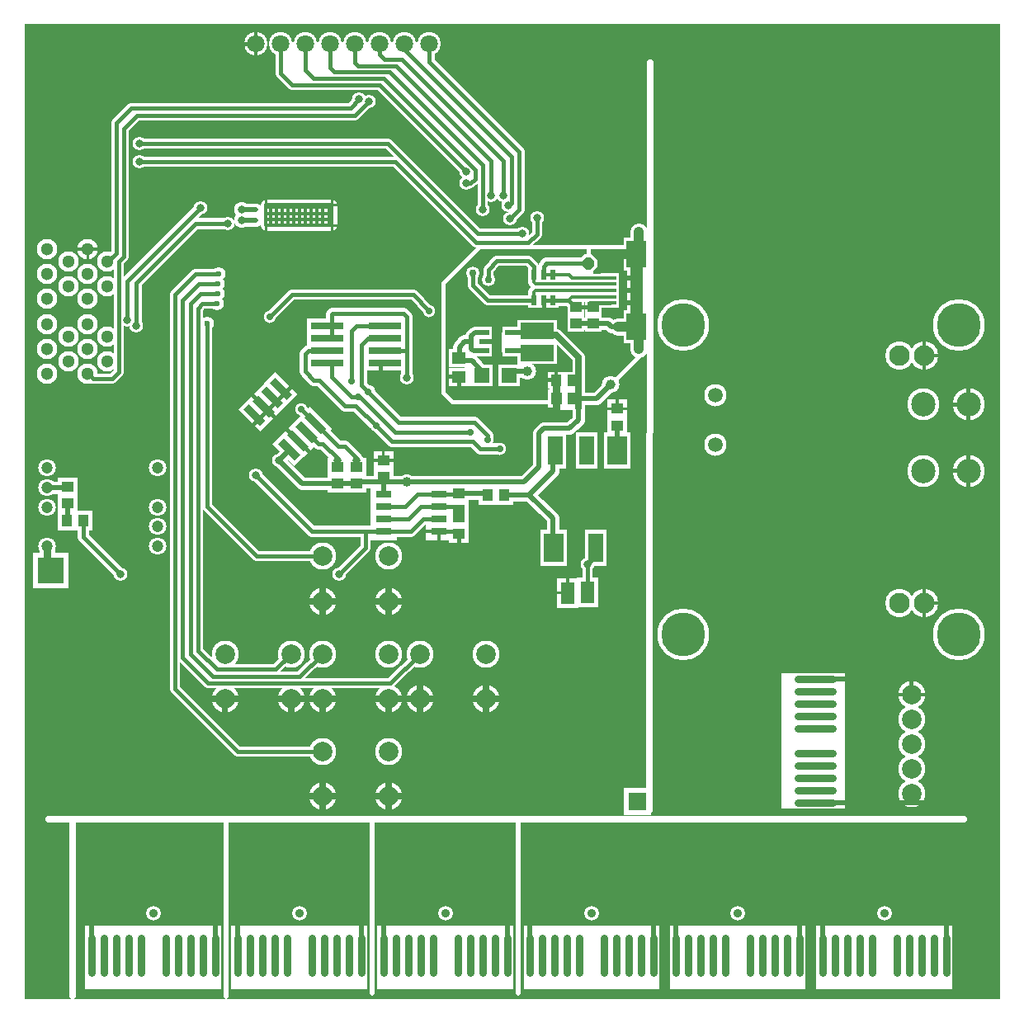
<source format=gbr>
%FSLAX34Y34*%
%MOMM*%
%LNCOPPER_BOTTOM*%
G71*
G01*
%ADD10C, 0.002*%
%ADD11R, 1.590X1.200*%
%ADD12C, 1.150*%
%ADD13R, 4.100X2.300*%
%ADD14C, 1.400*%
%ADD15C, 0.500*%
%ADD16R, 2.200X2.200*%
%ADD17R, 2.000X1.900*%
%ADD18C, 1.800*%
%ADD19C, 1.500*%
%ADD20C, 1.300*%
%ADD21R, 2.800X1.870*%
%ADD22R, 1.900X2.000*%
%ADD23R, 1.950X1.000*%
%ADD24R, 2.600X3.350*%
%ADD25C, 1.350*%
%ADD26C, 1.850*%
%ADD27C, 0.900*%
%ADD28R, 1.800X1.700*%
%ADD29C, 1.300*%
%ADD30C, 0.400*%
%ADD31C, 1.350*%
%ADD32C, 1.200*%
%ADD33C, 1.600*%
%ADD34C, 1.400*%
%ADD35R, 3.200X1.600*%
%ADD36R, 1.700X1.800*%
%ADD37R, 4.100X1.600*%
%ADD38R, 3.100X1.600*%
%ADD39C, 0.700*%
%ADD40R, 1.200X1.590*%
%ADD41R, 2.300X3.800*%
%ADD42R, 2.800X3.800*%
%ADD43C, 1.100*%
%ADD44C, 1.000*%
%ADD45R, 2.200X3.100*%
%ADD46C, 0.150*%
%ADD47C, 0.300*%
%ADD48C, 0.950*%
%ADD49C, 1.800*%
%ADD50C, 1.400*%
%ADD51C, 2.100*%
%ADD52C, 1.800*%
%ADD53C, 1.600*%
%ADD54C, 2.400*%
%ADD55C, 2.800*%
%ADD56C, 0.100*%
%ADD57C, 2.900*%
%ADD58C, 3.300*%
%ADD59C, 2.300*%
%ADD60C, 5.300*%
%ADD61C, 0.498*%
%ADD62C, 0.304*%
%ADD63C, 0.330*%
%ADD64C, 0.367*%
%ADD65C, 0.317*%
%ADD66C, 0.299*%
%ADD67C, 0.372*%
%ADD68C, 0.667*%
%ADD69C, 0.304*%
%ADD70C, 0.385*%
%ADD71C, 0.417*%
%ADD72C, 0.413*%
%ADD73R, 0.990X0.600*%
%ADD74C, 0.550*%
%ADD75R, 3.500X1.700*%
%ADD76C, 0.800*%
%ADD77R, 1.600X1.600*%
%ADD78R, 1.400X1.300*%
%ADD79C, 1.000*%
%ADD80C, 0.700*%
%ADD81R, 1.600X0.670*%
%ADD82R, 1.200X1.100*%
%ADD83R, 1.100X1.200*%
%ADD84C, 0.500*%
%ADD85R, 1.350X0.400*%
%ADD86R, 2.000X2.750*%
%ADD87C, 0.750*%
%ADD88C, 1.250*%
%ADD89C, 0.350*%
%ADD90C, 0.800*%
%ADD91C, 0.280*%
%ADD92C, 3.000*%
%ADD93R, 2.400X0.800*%
%ADD94R, 3.300X0.800*%
%ADD95R, 2.300X0.800*%
%ADD96C, 0.900*%
%ADD97C, 0.750*%
%ADD98R, 0.600X0.990*%
%ADD99C, 2.000*%
%ADD100R, 1.500X3.000*%
%ADD101R, 2.000X3.000*%
%ADD102R, 1.400X2.300*%
%ADD103C, 0.600*%
%ADD104C, 1.300*%
%ADD105C, 2.800*%
%ADD106C, 1.200*%
%ADD107C, 1.800*%
%ADD108C, 2.000*%
%ADD109C, 2.100*%
%ADD110C, 2.500*%
%ADD111C, 1.500*%
%ADD112C, 4.500*%
%LPD*%
G54D10*
X250Y50D02*
X1000250Y50D01*
X1000250Y-999950D01*
X250Y-999950D01*
X250Y50D01*
G36*
X250Y50D02*
X1000250Y50D01*
X1000250Y-999950D01*
X250Y-999950D01*
X250Y50D01*
G37*
%LPC*%
X471509Y-335300D02*
G54D11*
D03*
X471511Y-325895D02*
G54D11*
D03*
X471509Y-316300D02*
G54D11*
D03*
X497409Y-316300D02*
G54D11*
D03*
X497409Y-335300D02*
G54D11*
D03*
G54D12*
X471509Y-335300D02*
X460249Y-335300D01*
X458110Y-333161D01*
X458110Y-320064D01*
X461874Y-316300D01*
X471509Y-316300D01*
X525580Y-337768D02*
G54D13*
D03*
X525580Y-314768D02*
G54D13*
D03*
G54D12*
X497409Y-316300D02*
X533448Y-316300D01*
G54D12*
X497409Y-335300D02*
X533686Y-335300D01*
G54D14*
X545306Y-384056D02*
X545306Y-365006D01*
G36*
X491930Y-317121D02*
X491930Y-336171D01*
X541142Y-338156D01*
X544116Y-325199D01*
X540348Y-313153D01*
X491930Y-317121D01*
G37*
G54D15*
X491930Y-317121D02*
X491930Y-336171D01*
X541142Y-338156D01*
X544116Y-325199D01*
X540348Y-313153D01*
X491930Y-317121D01*
X496648Y-360097D02*
G54D16*
D03*
X468648Y-360097D02*
G54D16*
D03*
X445736Y-361605D02*
G54D17*
D03*
X445738Y-342600D02*
G54D17*
D03*
X515918Y-356406D02*
G54D18*
D03*
X601374Y-369761D02*
G54D18*
D03*
X342106Y-381952D02*
G54D19*
D03*
X352367Y-377402D02*
G54D19*
D03*
X360339Y-412362D02*
G54D20*
D03*
G36*
X614650Y-811853D02*
X614650Y-783853D01*
X642650Y-783853D01*
X642650Y-811853D01*
X614650Y-811853D01*
G37*
X335359Y-366309D02*
G54D19*
D03*
X424965Y-482257D02*
G54D21*
D03*
X424965Y-494957D02*
G54D21*
D03*
X424965Y-507658D02*
G54D21*
D03*
X424964Y-520358D02*
G54D21*
D03*
X367966Y-520358D02*
G54D21*
D03*
X367965Y-507658D02*
G54D21*
D03*
X367965Y-494958D02*
G54D21*
D03*
X367965Y-482258D02*
G54D21*
D03*
X445433Y-505673D02*
G54D17*
D03*
X445433Y-522673D02*
G54D17*
D03*
X445433Y-481529D02*
G54D17*
D03*
X445433Y-498529D02*
G54D17*
D03*
X474552Y-482980D02*
G54D22*
D03*
X491552Y-482980D02*
G54D22*
D03*
G36*
X218948Y-395305D02*
X230263Y-383992D01*
X252888Y-406622D01*
X241574Y-417934D01*
X218948Y-395305D01*
G37*
G36*
X227928Y-386326D02*
X239242Y-375012D01*
X261869Y-397640D01*
X250555Y-408954D01*
X227928Y-386326D01*
G37*
G36*
X236909Y-377344D02*
X248224Y-366032D01*
X270848Y-388661D01*
X259534Y-399974D01*
X236909Y-377344D01*
G37*
G36*
X245888Y-368366D02*
X257202Y-357052D01*
X279830Y-379679D01*
X268516Y-390993D01*
X245888Y-368366D01*
G37*
G36*
X281244Y-403721D02*
X292557Y-392407D01*
X315185Y-415035D01*
X303871Y-426349D01*
X281244Y-403721D01*
G37*
G36*
X272263Y-412702D02*
X283577Y-401388D01*
X306205Y-424014D01*
X294892Y-435329D01*
X272263Y-412702D01*
G37*
G36*
X263283Y-421683D02*
X274596Y-410368D01*
X297225Y-432995D01*
X285912Y-444309D01*
X263283Y-421683D01*
G37*
G36*
X254303Y-430662D02*
X265617Y-419348D01*
X288244Y-441976D01*
X276931Y-453289D01*
X254303Y-430662D01*
G37*
X43335Y-509668D02*
G54D22*
D03*
X60337Y-509672D02*
G54D22*
D03*
X600648Y-260092D02*
G54D23*
D03*
X600648Y-266592D02*
G54D23*
D03*
X600648Y-273092D02*
G54D23*
D03*
X600648Y-279592D02*
G54D23*
D03*
X600648Y-286092D02*
G54D23*
D03*
X627001Y-310592D02*
G54D24*
D03*
X627001Y-235592D02*
G54D24*
D03*
X459689Y-254960D02*
G54D25*
D03*
G36*
X587429Y-249266D02*
X582018Y-254678D01*
X574340Y-254678D01*
X568929Y-249266D01*
X568929Y-241588D01*
X574340Y-236178D01*
X582018Y-236178D01*
X587429Y-241588D01*
X587429Y-249266D01*
G37*
G54D26*
X627398Y-235592D02*
X627398Y-310592D01*
G54D27*
X600648Y-279592D02*
X561446Y-279592D01*
X558123Y-282916D01*
X475060Y-426402D02*
G54D20*
D03*
X457597Y-418465D02*
G54D20*
D03*
X487886Y-435928D02*
G54D20*
D03*
G54D12*
X522615Y-282913D02*
X522615Y-274866D01*
X524388Y-273092D01*
X600648Y-273092D01*
X583572Y-307108D02*
G54D28*
D03*
X583572Y-290108D02*
G54D28*
D03*
X565712Y-307108D02*
G54D28*
D03*
X565712Y-290108D02*
G54D28*
D03*
G54D29*
X565316Y-307108D02*
X598488Y-307108D01*
X601972Y-310592D01*
X608322Y-310592D01*
X475491Y-262031D02*
G54D25*
D03*
G54D29*
X513140Y-356406D02*
X494664Y-356406D01*
G54D30*
X466328Y-228362D02*
X429402Y-265287D01*
X429402Y-377968D01*
X438944Y-387509D01*
X583030Y-387509D01*
X635873Y-334666D01*
X635873Y-229235D01*
X635000Y-228362D01*
X466328Y-228362D01*
G54D29*
X467458Y-363947D02*
X467458Y-354110D01*
X458726Y-345378D01*
X446134Y-345378D01*
G54D31*
X446134Y-343791D02*
X446134Y-331503D01*
X451644Y-325993D01*
X457597Y-325993D01*
G54D32*
X321396Y-447844D02*
X321396Y-446260D01*
X305905Y-430769D01*
X301645Y-430769D01*
X289234Y-418358D01*
G54D32*
X340446Y-445069D02*
X328527Y-433150D01*
X321987Y-433150D01*
X298214Y-409378D01*
X222321Y-189864D02*
G54D33*
D03*
X222318Y-200974D02*
G54D33*
D03*
G54D29*
X237290Y-200973D02*
X222318Y-200974D01*
G54D29*
X237294Y-189864D02*
X222321Y-189864D01*
X392240Y-469662D02*
G54D33*
D03*
X43902Y-474609D02*
G54D17*
D03*
X43900Y-491611D02*
G54D17*
D03*
G54D29*
X23115Y-475556D02*
X45492Y-475556D01*
G54D29*
X43900Y-491611D02*
X43900Y-509109D01*
X478631Y-175578D02*
G54D34*
D03*
X469816Y-189949D02*
G54D34*
D03*
X491331Y-175974D02*
G54D34*
D03*
X496504Y-185896D02*
G54D34*
D03*
X497822Y-199086D02*
G54D34*
D03*
X364880Y-309792D02*
G54D35*
D03*
X364880Y-322492D02*
G54D35*
D03*
X364880Y-335192D02*
G54D35*
D03*
X364880Y-347892D02*
G54D35*
D03*
X314880Y-347892D02*
G54D35*
D03*
X314880Y-335192D02*
G54D35*
D03*
X314880Y-322492D02*
G54D35*
D03*
X314880Y-309792D02*
G54D35*
D03*
G54D32*
X314880Y-309792D02*
X314880Y-322492D01*
G54D32*
X365674Y-309792D02*
X340448Y-309792D01*
X335360Y-314881D01*
X335359Y-366309D01*
G54D32*
X487886Y-435928D02*
X467519Y-435928D01*
X459978Y-428387D01*
X376364Y-428387D01*
X360339Y-412362D01*
G54D32*
X457597Y-418465D02*
X380206Y-418465D01*
G36*
X291235Y-335192D02*
X287734Y-338693D01*
X287734Y-356361D01*
X302272Y-365137D01*
X328612Y-391478D01*
X343277Y-395300D01*
X344090Y-364093D01*
X327025Y-347028D01*
X291235Y-335192D01*
G37*
G54D30*
X291235Y-335192D02*
X287734Y-338693D01*
X287734Y-356361D01*
X302272Y-365137D01*
X328612Y-391478D01*
X343277Y-395300D01*
X344090Y-364093D01*
X327025Y-347028D01*
X291235Y-335192D01*
G36*
X315912Y-297021D02*
X364880Y-297021D01*
X364880Y-335192D01*
X315912Y-335192D01*
X315912Y-297021D01*
G37*
G54D30*
X315912Y-297021D02*
X364880Y-297021D01*
X364880Y-335192D01*
X315912Y-335192D01*
X315912Y-297021D01*
G54D29*
X565878Y-384056D02*
X587080Y-384056D01*
X601375Y-369761D01*
G36*
X461268Y-408643D02*
X475060Y-422434D01*
X475060Y-426402D01*
X459978Y-428387D01*
X450453Y-428387D01*
X440334Y-409734D01*
X461268Y-408643D01*
G37*
G54D30*
X461268Y-408643D02*
X475060Y-422434D01*
X475060Y-426402D01*
X459978Y-428387D01*
X450453Y-428387D01*
X440334Y-409734D01*
X461268Y-408643D01*
X320756Y-471196D02*
G54D17*
D03*
X320759Y-454194D02*
G54D17*
D03*
X340756Y-471196D02*
G54D17*
D03*
X340759Y-454194D02*
G54D17*
D03*
G54D32*
X424965Y-482257D02*
X444970Y-482257D01*
X445433Y-482720D01*
G54D32*
X424965Y-494957D02*
X440670Y-494957D01*
X445433Y-499720D01*
G54D32*
X424965Y-520358D02*
X441927Y-520358D01*
X445433Y-523864D01*
G36*
X536806Y-375056D02*
X553806Y-375056D01*
X553806Y-393056D01*
X536806Y-393056D01*
X536806Y-375056D01*
G37*
X562306Y-384056D02*
G54D36*
D03*
X369643Y-309792D02*
G54D37*
D03*
X314880Y-309792D02*
G54D38*
D03*
X369643Y-322492D02*
G54D37*
D03*
X369643Y-335192D02*
G54D37*
D03*
X369643Y-347892D02*
G54D37*
D03*
X310118Y-347892D02*
G54D37*
D03*
X310118Y-335192D02*
G54D37*
D03*
X310118Y-322492D02*
G54D37*
D03*
X310118Y-309792D02*
G54D37*
D03*
G54D32*
X314880Y-309792D02*
X314880Y-298053D01*
X315912Y-297021D01*
X388541Y-297021D01*
X392112Y-300593D01*
X392112Y-333931D01*
X731805Y-912613D02*
G54D19*
D03*
X431805Y-912613D02*
G54D19*
D03*
X881805Y-912613D02*
G54D19*
D03*
X581805Y-912613D02*
G54D19*
D03*
G36*
X361900Y-990431D02*
X361900Y-925431D01*
X501350Y-925431D01*
X501350Y-990431D01*
X361900Y-990431D01*
G37*
G36*
X511900Y-990431D02*
X511900Y-925431D01*
X651350Y-925431D01*
X651350Y-990431D01*
X511900Y-990431D01*
G37*
G36*
X661900Y-990431D02*
X661900Y-925431D01*
X801350Y-925431D01*
X801350Y-990431D01*
X661900Y-990431D01*
G37*
G36*
X811900Y-990431D02*
X811900Y-925431D01*
X951350Y-925431D01*
X951350Y-990431D01*
X811900Y-990431D01*
G37*
X281805Y-912613D02*
G54D19*
D03*
G36*
X211900Y-990431D02*
X211900Y-925431D01*
X351350Y-925431D01*
X351350Y-990431D01*
X211900Y-990431D01*
G37*
X131805Y-912613D02*
G54D19*
D03*
G36*
X61900Y-990431D02*
X61900Y-925431D01*
X201350Y-925431D01*
X201350Y-990431D01*
X61900Y-990431D01*
G37*
G54D29*
X269374Y-436318D02*
X269374Y-439228D01*
X260759Y-447844D01*
G54D39*
X24209Y-815975D02*
X963631Y-815975D01*
G54D29*
X568037Y-393573D02*
X568037Y-341501D01*
X545591Y-319054D01*
X522470Y-319054D01*
X541615Y-257014D02*
G54D40*
D03*
X532210Y-257016D02*
G54D40*
D03*
X522615Y-257014D02*
G54D40*
D03*
X522615Y-282913D02*
G54D40*
D03*
X541615Y-282914D02*
G54D40*
D03*
X532210Y-282916D02*
G54D40*
D03*
G54D12*
X522615Y-257014D02*
X522615Y-264819D01*
X524388Y-266592D01*
X600648Y-266592D01*
G54D32*
X532210Y-257016D02*
X532210Y-248205D01*
X533003Y-247412D01*
G54D32*
X546894Y-245428D02*
X578179Y-245428D01*
G36*
X580402Y-245428D02*
X542528Y-245428D01*
X542528Y-260906D01*
X580402Y-260906D01*
X580402Y-245428D01*
G37*
G54D30*
X580402Y-245428D02*
X542528Y-245428D01*
X542528Y-260906D01*
X580402Y-260906D01*
X580402Y-245428D01*
G54D32*
X546894Y-245428D02*
X534988Y-245428D01*
X533003Y-247412D01*
G54D32*
X532210Y-282916D02*
X558123Y-282916D01*
X565316Y-290108D01*
X586224Y-536992D02*
G54D41*
D03*
X543017Y-536992D02*
G54D42*
D03*
X608224Y-436992D02*
G54D42*
D03*
X576224Y-436992D02*
G54D41*
D03*
X544208Y-436992D02*
G54D41*
D03*
G36*
X545306Y-365006D02*
X562306Y-365006D01*
X568325Y-383540D01*
X568037Y-393573D01*
X545303Y-393323D01*
X545306Y-365006D01*
G37*
G54D30*
X545306Y-365006D02*
X562306Y-365006D01*
X568325Y-383540D01*
X568037Y-393573D01*
X545303Y-393323D01*
X545306Y-365006D01*
G54D32*
X352367Y-377402D02*
X383608Y-408643D01*
X461268Y-408643D01*
X475060Y-422434D01*
X475060Y-426402D01*
X608224Y-411592D02*
G54D17*
D03*
X608224Y-394592D02*
G54D17*
D03*
X452828Y-151374D02*
G54D34*
D03*
X392112Y-362632D02*
G54D34*
D03*
G54D32*
X369643Y-335192D02*
X391645Y-335192D01*
G54D32*
X392112Y-333931D02*
X392112Y-362632D01*
G54D29*
X568037Y-393573D02*
X568037Y-405656D01*
X559197Y-414496D01*
X532606Y-414496D01*
X527844Y-419259D01*
X527844Y-454184D01*
X512366Y-469662D01*
X392240Y-469662D01*
X342289Y-469662D01*
X340756Y-471196D01*
G54D29*
X445433Y-481529D02*
X473102Y-481529D01*
X474552Y-482980D01*
G54D29*
X491552Y-482980D02*
X517701Y-482980D01*
X542224Y-458457D01*
X542224Y-436992D01*
G54D29*
X542224Y-536992D02*
X541827Y-507105D01*
X517701Y-482980D01*
G36*
X542224Y-458457D02*
X544208Y-436992D01*
X527539Y-437820D01*
X527844Y-454184D01*
X512366Y-469662D01*
X450157Y-470456D01*
X445433Y-481529D01*
X519152Y-481529D01*
X542224Y-458457D01*
G37*
G54D15*
X542224Y-458457D02*
X544208Y-436992D01*
X527539Y-437820D01*
X527844Y-454184D01*
X512366Y-469662D01*
X450157Y-470456D01*
X445433Y-481529D01*
X519152Y-481529D01*
X542224Y-458457D01*
G54D39*
X640584Y-806402D02*
X641378Y-39242D01*
X545306Y-365006D02*
G54D36*
D03*
X562306Y-365006D02*
G54D36*
D03*
G36*
X247470Y-184847D02*
X247467Y-205991D01*
X314859Y-205991D01*
X314863Y-184847D01*
X247470Y-184847D01*
G37*
G54D43*
X247470Y-184847D02*
X247467Y-205991D01*
X314859Y-205991D01*
X314863Y-184847D01*
X247470Y-184847D01*
X414992Y-294110D02*
G54D20*
D03*
X251798Y-300142D02*
G54D20*
D03*
G54D44*
X251798Y-300142D02*
X274360Y-277580D01*
X398462Y-277580D01*
X414992Y-294110D01*
G54D44*
X522615Y-282913D02*
X474776Y-282913D01*
X459689Y-267826D01*
X459689Y-254960D01*
G54D44*
X522615Y-257014D02*
X522615Y-248930D01*
X516731Y-243046D01*
X484188Y-243046D01*
X475491Y-251743D01*
X475491Y-262031D01*
G54D30*
X578179Y-245428D02*
X578179Y-229382D01*
X452828Y-163281D02*
G54D34*
D03*
G54D32*
X364880Y-322492D02*
X352354Y-322492D01*
X345678Y-329168D01*
X345678Y-370712D01*
X352367Y-377402D01*
X284024Y-395188D02*
G54D20*
D03*
G36*
X301645Y-430769D02*
X289234Y-418358D01*
X298214Y-409378D01*
X321987Y-433150D01*
X328527Y-433150D01*
X340759Y-447844D01*
X320759Y-447844D01*
X305905Y-430769D01*
X301645Y-430769D01*
G37*
G54D30*
X301645Y-430769D02*
X289234Y-418358D01*
X298214Y-409378D01*
X321987Y-433150D01*
X328527Y-433150D01*
X340759Y-447844D01*
X320759Y-447844D01*
X305905Y-430769D01*
X301645Y-430769D01*
G54D29*
X340756Y-471196D02*
X284111Y-471196D01*
X260759Y-447844D01*
G54D32*
X284024Y-395188D02*
X298214Y-409378D01*
X557175Y-583473D02*
G54D45*
D03*
X577016Y-583316D02*
G54D45*
D03*
G36*
X452398Y-370364D02*
X471448Y-370364D01*
X471448Y-351314D01*
X452398Y-351314D01*
X452398Y-370364D01*
G37*
G54D46*
X452398Y-370364D02*
X471448Y-370364D01*
X471448Y-351314D01*
X452398Y-351314D01*
X452398Y-370364D01*
G36*
X506809Y-356949D02*
X518716Y-356949D01*
X518716Y-335518D01*
X506809Y-335518D01*
X506809Y-356949D01*
G37*
G54D47*
X506809Y-356949D02*
X518716Y-356949D01*
X518716Y-335518D01*
X506809Y-335518D01*
X506809Y-356949D01*
X236934Y-462518D02*
G54D34*
D03*
G54D48*
X600648Y-260092D02*
X561446Y-260092D01*
X558370Y-257016D01*
X532210Y-257016D01*
G54D32*
X367966Y-520358D02*
X294774Y-520358D01*
X236934Y-462518D01*
G54D32*
X424965Y-507658D02*
X409282Y-507658D01*
X396582Y-520358D01*
X367966Y-520358D01*
G54D32*
X424965Y-494957D02*
X406107Y-494957D01*
X393407Y-507658D01*
X367965Y-507658D01*
G54D32*
X424965Y-482257D02*
X402932Y-482257D01*
X390232Y-494957D01*
X367965Y-494958D01*
G36*
X396582Y-520358D02*
X367966Y-520358D01*
X367966Y-473568D01*
X371475Y-470059D01*
X412767Y-470059D01*
X424965Y-482257D01*
X424965Y-507658D01*
X409282Y-507658D01*
X396582Y-520358D01*
G37*
G54D30*
X396582Y-520358D02*
X367966Y-520358D01*
X367966Y-473568D01*
X371475Y-470059D01*
X412767Y-470059D01*
X424965Y-482257D01*
X424965Y-507658D01*
X409282Y-507658D01*
X396582Y-520358D01*
G54D29*
X367965Y-482258D02*
X367965Y-469917D01*
G54D32*
X303768Y-335192D02*
X291235Y-335192D01*
X287734Y-338693D01*
X287734Y-356361D01*
X296510Y-365137D01*
G54D32*
X314880Y-347892D02*
X314880Y-361870D01*
X334962Y-381952D01*
X343694Y-381952D01*
X380206Y-418465D01*
G54D32*
X296510Y-365137D02*
X302272Y-365137D01*
X328612Y-391478D01*
X339455Y-391478D01*
X360339Y-412362D01*
G54D49*
X629501Y-310592D02*
X629501Y-333476D01*
G54D49*
X629501Y-212709D02*
X629501Y-235592D01*
G54D49*
X627001Y-310592D02*
X608322Y-310592D01*
X198834Y-256143D02*
G54D50*
D03*
X198006Y-266496D02*
G54D50*
D03*
X197884Y-276540D02*
G54D50*
D03*
X197453Y-286893D02*
G54D50*
D03*
X187375Y-307290D02*
G54D50*
D03*
X342948Y-76879D02*
G54D34*
D03*
X208359Y-204152D02*
G54D34*
D03*
X180439Y-188327D02*
G54D34*
D03*
X510844Y-214934D02*
G54D34*
D03*
X525449Y-198265D02*
G54D34*
D03*
G54D44*
X510844Y-214934D02*
X464806Y-214934D01*
G54D44*
X525449Y-198265D02*
X525449Y-215279D01*
X516680Y-224047D01*
X462807Y-224047D01*
X577016Y-554554D02*
G54D34*
D03*
G54D44*
X577016Y-583316D02*
X577016Y-554554D01*
X586105Y-545465D01*
X353216Y-79007D02*
G54D34*
D03*
G36*
X237290Y-200973D02*
X252412Y-200973D01*
X252412Y-189865D01*
X237290Y-189865D01*
X237290Y-200973D01*
G37*
G54D30*
X237290Y-200973D02*
X252412Y-200973D01*
X252412Y-189865D01*
X237290Y-189865D01*
X237290Y-200973D01*
X22468Y-231000D02*
G54D51*
D03*
X22468Y-256500D02*
G54D51*
D03*
X22468Y-282000D02*
G54D51*
D03*
X22468Y-307500D02*
G54D51*
D03*
X22468Y-333000D02*
G54D51*
D03*
X22468Y-358500D02*
G54D51*
D03*
X64744Y-231000D02*
G54D51*
D03*
X64743Y-256500D02*
G54D51*
D03*
X64743Y-307500D02*
G54D51*
D03*
X64743Y-333000D02*
G54D51*
D03*
X64743Y-358499D02*
G54D51*
D03*
X44743Y-243750D02*
G54D51*
D03*
X44743Y-269250D02*
G54D51*
D03*
X44743Y-345750D02*
G54D51*
D03*
X84745Y-243750D02*
G54D51*
D03*
X84745Y-269250D02*
G54D51*
D03*
X84743Y-345750D02*
G54D51*
D03*
X44743Y-320250D02*
G54D51*
D03*
X84744Y-320250D02*
G54D51*
D03*
X64742Y-282000D02*
G54D51*
D03*
G36*
X44607Y-578674D02*
X8607Y-578674D01*
X8607Y-542674D01*
X44607Y-542674D01*
X44607Y-578674D01*
G37*
G54D29*
X23115Y-475556D02*
X45492Y-475556D01*
X135952Y-455555D02*
G54D52*
D03*
X135952Y-495555D02*
G54D52*
D03*
X135952Y-515555D02*
G54D52*
D03*
X135952Y-535555D02*
G54D52*
D03*
X23115Y-455556D02*
G54D52*
D03*
X23115Y-475556D02*
G54D52*
D03*
X23115Y-495556D02*
G54D52*
D03*
X23115Y-535556D02*
G54D52*
D03*
G54D53*
X23115Y-535556D02*
X23119Y-555599D01*
X28195Y-560674D01*
X237234Y-20377D02*
G54D54*
D03*
X262635Y-20377D02*
G54D54*
D03*
X288035Y-20377D02*
G54D54*
D03*
X313435Y-20377D02*
G54D54*
D03*
X338835Y-20377D02*
G54D54*
D03*
X364235Y-20377D02*
G54D54*
D03*
X389635Y-20377D02*
G54D54*
D03*
X415035Y-20377D02*
G54D54*
D03*
G54D44*
X262635Y-22758D02*
X262635Y-50466D01*
X274638Y-62468D01*
X363922Y-62468D01*
X452828Y-151374D01*
G54D44*
X288035Y-23155D02*
X288035Y-47291D01*
X296466Y-55721D01*
X368459Y-55721D01*
X462447Y-149709D01*
X462447Y-158424D01*
X457591Y-163281D01*
X452828Y-163281D01*
G54D44*
X313435Y-23949D02*
X313435Y-44512D01*
X317897Y-48974D01*
X374412Y-48974D01*
X469816Y-144378D01*
X469816Y-189949D01*
G54D44*
X338835Y-23949D02*
X338835Y-39353D01*
X342106Y-42624D01*
X380762Y-42624D01*
X478631Y-140494D01*
X478631Y-175578D01*
G54D44*
X364235Y-20377D02*
X364235Y-31019D01*
X369491Y-36274D01*
X387112Y-36274D01*
X491331Y-140494D01*
X491331Y-175974D01*
G54D44*
X84745Y-243750D02*
X93662Y-234832D01*
X93662Y-101600D01*
X109538Y-85724D01*
X334102Y-85724D01*
X342948Y-76879D01*
X305340Y-646096D02*
G54D55*
D03*
X373340Y-646096D02*
G54D55*
D03*
X373340Y-692096D02*
G54D55*
D03*
X305340Y-692096D02*
G54D55*
D03*
X305340Y-746096D02*
G54D55*
D03*
X373340Y-746096D02*
G54D55*
D03*
X373340Y-792096D02*
G54D55*
D03*
X305340Y-792096D02*
G54D55*
D03*
X405340Y-646096D02*
G54D55*
D03*
X473340Y-646096D02*
G54D55*
D03*
X473340Y-692096D02*
G54D55*
D03*
X405340Y-692096D02*
G54D55*
D03*
X205340Y-646096D02*
G54D55*
D03*
X273340Y-646096D02*
G54D55*
D03*
X273340Y-692096D02*
G54D55*
D03*
X205340Y-692096D02*
G54D55*
D03*
X305340Y-546096D02*
G54D55*
D03*
X373340Y-546096D02*
G54D55*
D03*
X373340Y-592096D02*
G54D55*
D03*
X305340Y-592096D02*
G54D55*
D03*
X260759Y-447844D02*
G54D34*
D03*
X320759Y-447844D02*
G54D34*
D03*
X340759Y-447844D02*
G54D34*
D03*
G54D44*
X187375Y-307290D02*
X187375Y-495350D01*
X238120Y-546096D01*
X305340Y-546096D01*
G54D44*
X197453Y-286893D02*
X182372Y-286893D01*
X177800Y-291465D01*
X177800Y-642938D01*
X196850Y-661988D01*
X257448Y-661988D01*
X273340Y-646096D01*
G54D44*
X197884Y-276540D02*
X180025Y-276540D01*
X169862Y-286702D01*
X169862Y-646112D01*
X193040Y-669290D01*
X282146Y-669290D01*
X305340Y-646096D01*
G54D44*
X198834Y-256143D02*
X175022Y-256143D01*
X153988Y-277178D01*
X153988Y-681990D01*
X218093Y-746096D01*
X305340Y-746096D01*
G54D44*
X353216Y-79007D02*
X338799Y-93424D01*
X115094Y-93424D01*
X101412Y-107106D01*
X101412Y-238312D01*
X96650Y-243075D01*
X96650Y-356740D01*
X89694Y-363696D01*
X69940Y-363696D01*
X64743Y-358499D01*
G36*
X177800Y-291465D02*
X161925Y-283528D01*
X153988Y-277178D01*
X175022Y-256143D01*
X198834Y-256143D01*
X197453Y-286893D01*
X182372Y-286893D01*
X177800Y-291465D01*
G37*
G54D56*
X177800Y-291465D02*
X161925Y-283528D01*
X153988Y-277178D01*
X175022Y-256143D01*
X198834Y-256143D01*
X197453Y-286893D01*
X182372Y-286893D01*
X177800Y-291465D01*
X117475Y-122238D02*
G54D34*
D03*
X117475Y-141288D02*
G54D34*
D03*
X104775Y-303212D02*
G54D34*
D03*
X114300Y-309562D02*
G54D34*
D03*
G54D44*
X322262Y-564515D02*
X349250Y-537528D01*
X349250Y-520700D01*
X322262Y-564515D02*
G54D34*
D03*
X98425Y-564515D02*
G54D34*
D03*
G54D44*
X198006Y-266496D02*
X178956Y-266496D01*
X161925Y-283528D01*
X161925Y-650240D01*
X187960Y-676275D01*
X375161Y-676275D01*
G54D44*
X117475Y-141288D02*
X380048Y-141288D01*
X462807Y-224047D01*
G54D44*
X117475Y-122238D02*
X372110Y-122238D01*
X464806Y-214934D01*
G54D32*
X104775Y-303212D02*
X104775Y-263991D01*
X180439Y-188327D01*
G54D32*
X114300Y-309562D02*
X114300Y-265112D01*
X175260Y-204152D01*
X208359Y-204152D01*
G54D32*
X389635Y-20377D02*
X389635Y-26098D01*
X499269Y-135731D01*
X499269Y-183132D01*
X496504Y-185896D01*
G54D32*
X415035Y-20377D02*
X415035Y-38798D01*
X506969Y-130731D01*
X506969Y-189940D01*
X497822Y-199086D01*
G36*
X262635Y-20377D02*
X262635Y-50466D01*
X274638Y-62468D01*
X391364Y-62468D01*
X415035Y-38798D01*
X415035Y-20377D01*
X262635Y-20377D01*
G37*
G54D30*
X262635Y-20377D02*
X262635Y-50466D01*
X274638Y-62468D01*
X391364Y-62468D01*
X415035Y-38798D01*
X415035Y-20377D01*
X262635Y-20377D01*
G36*
X500062Y-171450D02*
X471488Y-171450D01*
X471488Y-133350D01*
X500062Y-133350D01*
X500062Y-171450D01*
G37*
G54D30*
X500062Y-171450D02*
X471488Y-171450D01*
X471488Y-133350D01*
X500062Y-133350D01*
X500062Y-171450D01*
G54D39*
X48816Y-816451D02*
X48816Y-997426D01*
G54D15*
X506521Y-815837D02*
X506521Y-994525D01*
G54D15*
X356462Y-815837D02*
X356462Y-994525D01*
G54D15*
X206682Y-819012D02*
X206682Y-997700D01*
X367965Y-464520D02*
G54D17*
D03*
X367966Y-447520D02*
G54D17*
D03*
G54D44*
X405340Y-646096D02*
X375161Y-676275D01*
G54D32*
X60337Y-509672D02*
X60337Y-526427D01*
X98425Y-564515D01*
X923007Y-340193D02*
G54D57*
D03*
X897607Y-340193D02*
G54D57*
D03*
X923006Y-594193D02*
G54D57*
D03*
X897607Y-594193D02*
G54D57*
D03*
X968349Y-390284D02*
G54D58*
D03*
X968349Y-458284D02*
G54D58*
D03*
X922348Y-458284D02*
G54D58*
D03*
X922348Y-390284D02*
G54D58*
D03*
X708790Y-380474D02*
G54D59*
D03*
X708790Y-431274D02*
G54D59*
D03*
X958487Y-309022D02*
G54D60*
D03*
X675912Y-626522D02*
G54D60*
D03*
X675912Y-309022D02*
G54D60*
D03*
X958487Y-626522D02*
G54D60*
D03*
G36*
X776201Y-665678D02*
X841201Y-665678D01*
X841201Y-805128D01*
X776201Y-805128D01*
X776201Y-665678D01*
G37*
X909874Y-687944D02*
G54D55*
D03*
X909874Y-713344D02*
G54D55*
D03*
X909874Y-738744D02*
G54D55*
D03*
X909874Y-764144D02*
G54D55*
D03*
X909874Y-789544D02*
G54D55*
D03*
%LPD*%
G54D61*
G36*
X445736Y-364096D02*
X435236Y-364096D01*
X435236Y-359114D01*
X445736Y-359114D01*
X445736Y-364096D01*
G37*
G36*
X448227Y-361605D02*
X448227Y-371605D01*
X443244Y-371605D01*
X443244Y-361605D01*
X448227Y-361605D01*
G37*
G54D62*
G36*
X426483Y-520358D02*
X426483Y-530208D01*
X423446Y-530208D01*
X423446Y-520358D01*
X426483Y-520358D01*
G37*
G36*
X424964Y-521876D02*
X410464Y-521876D01*
X410464Y-518840D01*
X424964Y-518840D01*
X424964Y-521876D01*
G37*
G36*
X424964Y-518840D02*
X439464Y-518840D01*
X439464Y-521876D01*
X424964Y-521876D01*
X424964Y-518840D01*
G37*
G54D63*
G36*
X608223Y-396242D02*
X597723Y-396242D01*
X597724Y-392942D01*
X608224Y-392942D01*
X608223Y-396242D01*
G37*
G36*
X606574Y-394592D02*
X606574Y-384592D01*
X609874Y-384592D01*
X609874Y-394592D01*
X606574Y-394592D01*
G37*
G36*
X608224Y-392942D02*
X618724Y-392942D01*
X618723Y-396242D01*
X608223Y-396242D01*
X608224Y-392942D01*
G37*
G54D64*
G36*
X543473Y-365006D02*
X543473Y-355506D01*
X547140Y-355506D01*
X547140Y-365006D01*
X543473Y-365006D01*
G37*
G36*
X545306Y-366840D02*
X536306Y-366840D01*
X536306Y-363172D01*
X545306Y-363172D01*
X545306Y-366840D01*
G37*
G54D65*
G36*
X557175Y-585060D02*
X545675Y-585060D01*
X545675Y-581886D01*
X557175Y-581886D01*
X557175Y-585060D01*
G37*
G36*
X555588Y-583473D02*
X555588Y-567473D01*
X558762Y-567473D01*
X558762Y-583473D01*
X555588Y-583473D01*
G37*
G54D66*
G36*
X64744Y-229504D02*
X75744Y-229504D01*
X75744Y-232494D01*
X64744Y-232494D01*
X64744Y-229504D01*
G37*
G36*
X66240Y-231000D02*
X66240Y-242000D01*
X63250Y-242000D01*
X63250Y-231000D01*
X66240Y-231000D01*
G37*
G36*
X64744Y-232494D02*
X53744Y-232494D01*
X53744Y-229504D01*
X64744Y-229504D01*
X64744Y-232494D01*
G37*
G54D67*
G36*
X235374Y-20377D02*
X235374Y-7877D01*
X239094Y-7877D01*
X239094Y-20377D01*
X235374Y-20377D01*
G37*
G36*
X239094Y-20377D02*
X239094Y-32877D01*
X235374Y-32877D01*
X235374Y-20377D01*
X239094Y-20377D01*
G37*
G36*
X237234Y-22237D02*
X224734Y-22237D01*
X224734Y-18517D01*
X237234Y-18517D01*
X237234Y-22237D01*
G37*
G54D68*
G36*
X376674Y-692096D02*
X376674Y-706596D01*
X370007Y-706596D01*
X370007Y-692096D01*
X376674Y-692096D01*
G37*
G36*
X373340Y-695429D02*
X358840Y-695429D01*
X358840Y-688763D01*
X373340Y-688763D01*
X373340Y-695429D01*
G37*
G36*
X373340Y-688763D02*
X387840Y-688763D01*
X387840Y-695429D01*
X373340Y-695429D01*
X373340Y-688763D01*
G37*
G54D68*
G36*
X305340Y-688763D02*
X319840Y-688763D01*
X319840Y-695429D01*
X305340Y-695429D01*
X305340Y-688763D01*
G37*
G36*
X308674Y-692096D02*
X308674Y-706596D01*
X302007Y-706596D01*
X302007Y-692096D01*
X308674Y-692096D01*
G37*
G36*
X305340Y-695429D02*
X290840Y-695429D01*
X290840Y-688763D01*
X305340Y-688763D01*
X305340Y-695429D01*
G37*
G54D68*
G36*
X376674Y-792096D02*
X376674Y-806596D01*
X370007Y-806596D01*
X370007Y-792096D01*
X376674Y-792096D01*
G37*
G36*
X373340Y-795429D02*
X358840Y-795429D01*
X358840Y-788762D01*
X373340Y-788762D01*
X373340Y-795429D01*
G37*
G36*
X370007Y-792096D02*
X370007Y-777596D01*
X376674Y-777596D01*
X376674Y-792096D01*
X370007Y-792096D01*
G37*
G36*
X373340Y-788762D02*
X387840Y-788762D01*
X387840Y-795429D01*
X373340Y-795429D01*
X373340Y-788762D01*
G37*
G54D68*
G36*
X302007Y-792096D02*
X302007Y-777596D01*
X308674Y-777596D01*
X308674Y-792096D01*
X302007Y-792096D01*
G37*
G36*
X305340Y-788762D02*
X319840Y-788762D01*
X319840Y-795429D01*
X305340Y-795429D01*
X305340Y-788762D01*
G37*
G36*
X308674Y-792096D02*
X308674Y-806596D01*
X302007Y-806596D01*
X302007Y-792096D01*
X308674Y-792096D01*
G37*
G36*
X305340Y-795429D02*
X290840Y-795429D01*
X290840Y-788762D01*
X305340Y-788762D01*
X305340Y-795429D01*
G37*
G54D68*
G36*
X476674Y-692096D02*
X476674Y-706596D01*
X470007Y-706596D01*
X470007Y-692096D01*
X476674Y-692096D01*
G37*
G36*
X473340Y-695429D02*
X458840Y-695429D01*
X458840Y-688762D01*
X473340Y-688762D01*
X473340Y-695429D01*
G37*
G36*
X470007Y-692096D02*
X470007Y-677596D01*
X476674Y-677596D01*
X476674Y-692096D01*
X470007Y-692096D01*
G37*
G36*
X473340Y-688762D02*
X487840Y-688762D01*
X487840Y-695429D01*
X473340Y-695429D01*
X473340Y-688762D01*
G37*
G54D68*
G36*
X402007Y-692096D02*
X402007Y-677596D01*
X408674Y-677596D01*
X408674Y-692096D01*
X402007Y-692096D01*
G37*
G36*
X405340Y-688763D02*
X419840Y-688763D01*
X419840Y-695429D01*
X405340Y-695429D01*
X405340Y-688763D01*
G37*
G36*
X408674Y-692096D02*
X408674Y-706596D01*
X402007Y-706596D01*
X402007Y-692096D01*
X408674Y-692096D01*
G37*
G36*
X405340Y-695429D02*
X390840Y-695429D01*
X390840Y-688763D01*
X405340Y-688763D01*
X405340Y-695429D01*
G37*
G54D68*
G36*
X276674Y-692096D02*
X276674Y-706596D01*
X270007Y-706596D01*
X270007Y-692096D01*
X276674Y-692096D01*
G37*
G36*
X273340Y-695429D02*
X258840Y-695429D01*
X258840Y-688763D01*
X273340Y-688763D01*
X273340Y-695429D01*
G37*
G36*
X273340Y-688763D02*
X287840Y-688763D01*
X287840Y-695429D01*
X273340Y-695429D01*
X273340Y-688763D01*
G37*
G54D68*
G36*
X205340Y-688763D02*
X219840Y-688763D01*
X219840Y-695429D01*
X205340Y-695429D01*
X205340Y-688763D01*
G37*
G36*
X208674Y-692096D02*
X208674Y-706596D01*
X202007Y-706596D01*
X202007Y-692096D01*
X208674Y-692096D01*
G37*
G36*
X205340Y-695429D02*
X190840Y-695429D01*
X190840Y-688763D01*
X205340Y-688763D01*
X205340Y-695429D01*
G37*
G54D68*
G36*
X376674Y-592096D02*
X376674Y-606596D01*
X370007Y-606596D01*
X370007Y-592096D01*
X376674Y-592096D01*
G37*
G36*
X373340Y-595429D02*
X358840Y-595429D01*
X358840Y-588762D01*
X373340Y-588762D01*
X373340Y-595429D01*
G37*
G36*
X370007Y-592096D02*
X370007Y-577596D01*
X376674Y-577596D01*
X376674Y-592096D01*
X370007Y-592096D01*
G37*
G36*
X373340Y-588762D02*
X387840Y-588762D01*
X387840Y-595429D01*
X373340Y-595429D01*
X373340Y-588762D01*
G37*
G54D68*
G36*
X302007Y-592096D02*
X302007Y-577596D01*
X308674Y-577596D01*
X308674Y-592096D01*
X302007Y-592096D01*
G37*
G36*
X305340Y-588763D02*
X319840Y-588763D01*
X319840Y-595429D01*
X305340Y-595429D01*
X305340Y-588763D01*
G37*
G36*
X308674Y-592096D02*
X308674Y-606596D01*
X302007Y-606596D01*
X302007Y-592096D01*
X308674Y-592096D01*
G37*
G36*
X305340Y-595429D02*
X290840Y-595429D01*
X290840Y-588763D01*
X305340Y-588763D01*
X305340Y-595429D01*
G37*
G54D69*
G36*
X367966Y-449041D02*
X357466Y-449041D01*
X357466Y-445998D01*
X367966Y-445998D01*
X367966Y-449041D01*
G37*
G36*
X366444Y-447520D02*
X366444Y-437520D01*
X369487Y-437520D01*
X369487Y-447520D01*
X366444Y-447520D01*
G37*
G36*
X367966Y-445998D02*
X378466Y-445998D01*
X378466Y-449041D01*
X367966Y-449041D01*
X367966Y-445998D01*
G37*
G54D70*
G36*
X924932Y-340193D02*
X924932Y-355193D01*
X921082Y-355193D01*
X921082Y-340193D01*
X924932Y-340193D01*
G37*
G36*
X921082Y-340193D02*
X921082Y-325193D01*
X924932Y-325193D01*
X924932Y-340193D01*
X921082Y-340193D01*
G37*
G36*
X923007Y-338268D02*
X938007Y-338268D01*
X938007Y-342118D01*
X923007Y-342118D01*
X923007Y-338268D01*
G37*
G54D70*
G36*
X924932Y-594193D02*
X924932Y-609193D01*
X921082Y-609193D01*
X921082Y-594193D01*
X924932Y-594193D01*
G37*
G36*
X921082Y-594193D02*
X921082Y-579193D01*
X924932Y-579193D01*
X924932Y-594193D01*
X921082Y-594193D01*
G37*
G36*
X923006Y-592268D02*
X938006Y-592268D01*
X938006Y-596118D01*
X923006Y-596118D01*
X923006Y-592268D01*
G37*
G54D71*
G36*
X970432Y-390284D02*
X970432Y-407284D01*
X966266Y-407284D01*
X966266Y-390284D01*
X970432Y-390284D01*
G37*
G36*
X968349Y-392368D02*
X951349Y-392368D01*
X951349Y-388201D01*
X968349Y-388201D01*
X968349Y-392368D01*
G37*
G36*
X966266Y-390284D02*
X966266Y-373284D01*
X970432Y-373284D01*
X970432Y-390284D01*
X966266Y-390284D01*
G37*
G54D71*
G36*
X968349Y-460368D02*
X951349Y-460368D01*
X951349Y-456201D01*
X968349Y-456201D01*
X968349Y-460368D01*
G37*
G36*
X966266Y-458284D02*
X966266Y-441284D01*
X970432Y-441284D01*
X970432Y-458284D01*
X966266Y-458284D01*
G37*
G36*
X970432Y-458284D02*
X970432Y-475284D01*
X966266Y-475284D01*
X966266Y-458284D01*
X970432Y-458284D01*
G37*
G54D72*
G36*
X909874Y-685878D02*
X924374Y-685878D01*
X924374Y-690011D01*
X909874Y-690011D01*
X909874Y-685878D01*
G37*
G36*
X909874Y-690011D02*
X895374Y-690011D01*
X895374Y-685878D01*
X909874Y-685878D01*
X909874Y-690011D01*
G37*
G36*
X907807Y-687944D02*
X907807Y-673444D01*
X911940Y-673444D01*
X911940Y-687944D01*
X907807Y-687944D01*
G37*
X471509Y-335300D02*
G54D73*
D03*
X471511Y-325895D02*
G54D73*
D03*
X471509Y-316300D02*
G54D73*
D03*
X497409Y-316300D02*
G54D73*
D03*
X497409Y-335300D02*
G54D73*
D03*
G54D74*
X471509Y-335300D02*
X460249Y-335300D01*
X458110Y-333161D01*
X458110Y-320064D01*
X461874Y-316300D01*
X471509Y-316300D01*
X525580Y-337768D02*
G54D75*
D03*
X525580Y-314768D02*
G54D75*
D03*
G54D74*
X497409Y-316300D02*
X533448Y-316300D01*
G54D74*
X497409Y-335300D02*
X533686Y-335300D01*
G54D76*
X545306Y-384056D02*
X545306Y-365006D01*
X496648Y-360097D02*
G54D77*
D03*
X468648Y-360097D02*
G54D77*
D03*
X445736Y-361605D02*
G54D78*
D03*
X445738Y-342600D02*
G54D78*
D03*
X515918Y-356406D02*
G54D79*
D03*
X601374Y-369761D02*
G54D79*
D03*
X342106Y-381952D02*
G54D80*
D03*
X352367Y-377402D02*
G54D80*
D03*
X360339Y-412362D02*
G54D80*
D03*
G36*
X619650Y-806853D02*
X619650Y-788853D01*
X637650Y-788853D01*
X637650Y-806853D01*
X619650Y-806853D01*
G37*
X335359Y-366309D02*
G54D80*
D03*
X368161Y-434207D02*
G54D80*
D03*
X424965Y-482257D02*
G54D81*
D03*
X424965Y-494957D02*
G54D81*
D03*
X424965Y-507658D02*
G54D81*
D03*
X424964Y-520358D02*
G54D81*
D03*
X367966Y-520358D02*
G54D81*
D03*
X367965Y-507658D02*
G54D81*
D03*
X367965Y-494958D02*
G54D81*
D03*
X367965Y-482258D02*
G54D81*
D03*
X445433Y-505673D02*
G54D82*
D03*
X445433Y-522673D02*
G54D82*
D03*
X445433Y-481529D02*
G54D82*
D03*
X445433Y-498529D02*
G54D82*
D03*
X474552Y-482980D02*
G54D83*
D03*
X491552Y-482980D02*
G54D83*
D03*
G54D30*
X445433Y-523864D02*
X445433Y-535699D01*
G36*
X224605Y-395306D02*
X230262Y-389649D01*
X247232Y-406621D01*
X241574Y-412278D01*
X224605Y-395306D01*
G37*
G36*
X233585Y-386326D02*
X239242Y-380669D01*
X256212Y-397640D01*
X250555Y-403297D01*
X233585Y-386326D01*
G37*
G36*
X242565Y-377345D02*
X248223Y-371688D01*
X265192Y-388661D01*
X259534Y-394317D01*
X242565Y-377345D01*
G37*
G36*
X251545Y-368366D02*
X257202Y-362709D01*
X274173Y-379679D01*
X268516Y-385336D01*
X251545Y-368366D01*
G37*
G36*
X286901Y-403721D02*
X292557Y-398064D01*
X309528Y-415035D01*
X303871Y-420692D01*
X286901Y-403721D01*
G37*
G36*
X277920Y-412702D02*
X283577Y-407045D01*
X300548Y-424015D01*
X294892Y-429672D01*
X277920Y-412702D01*
G37*
G36*
X268940Y-421682D02*
X274597Y-416025D01*
X291568Y-432995D01*
X285911Y-438652D01*
X268940Y-421682D01*
G37*
G36*
X259960Y-430662D02*
X265617Y-425005D01*
X282587Y-441976D01*
X276931Y-447632D01*
X259960Y-430662D01*
G37*
G54D30*
X300759Y-447844D02*
X224658Y-371742D01*
G54D30*
X277194Y-367567D02*
X218365Y-426396D01*
X255588Y-262890D02*
G54D84*
D03*
X582870Y-399679D02*
G54D80*
D03*
X507940Y-455638D02*
G54D80*
D03*
G54D74*
X471511Y-325895D02*
X484671Y-325895D01*
X43335Y-509668D02*
G54D83*
D03*
X60337Y-509672D02*
G54D83*
D03*
X251083Y-536601D02*
G54D80*
D03*
X199328Y-481043D02*
G54D80*
D03*
X560483Y-109282D02*
G54D80*
D03*
X600648Y-260092D02*
G54D85*
D03*
X600648Y-266592D02*
G54D85*
D03*
X600648Y-273092D02*
G54D85*
D03*
X600648Y-279592D02*
G54D85*
D03*
X600648Y-286092D02*
G54D85*
D03*
X627001Y-310592D02*
G54D86*
D03*
X627001Y-235592D02*
G54D86*
D03*
X459689Y-254960D02*
G54D87*
D03*
G36*
X584429Y-248022D02*
X580773Y-251678D01*
X575585Y-251678D01*
X571929Y-248022D01*
X571929Y-242834D01*
X575585Y-239178D01*
X580773Y-239178D01*
X584429Y-242834D01*
X584429Y-248022D01*
G37*
G54D88*
X627398Y-235592D02*
X627398Y-310592D01*
G54D30*
X600648Y-286092D02*
X579950Y-286092D01*
G54D47*
X600648Y-279592D02*
X561446Y-279592D01*
X558123Y-282916D01*
X475060Y-426402D02*
G54D80*
D03*
X457597Y-418465D02*
G54D80*
D03*
X487886Y-435928D02*
G54D80*
D03*
X511433Y-376263D02*
G54D80*
D03*
G54D89*
X522615Y-282913D02*
X522615Y-274866D01*
X524388Y-273092D01*
X600648Y-273092D01*
X583572Y-307108D02*
G54D82*
D03*
X583572Y-290108D02*
G54D82*
D03*
X565712Y-307108D02*
G54D82*
D03*
X565712Y-290108D02*
G54D82*
D03*
G54D30*
X583572Y-290108D02*
X565316Y-290108D01*
G54D15*
X565316Y-307108D02*
X598488Y-307108D01*
X601972Y-310592D01*
X608322Y-310592D01*
X475491Y-262031D02*
G54D87*
D03*
G54D15*
X513140Y-356406D02*
X494664Y-356406D01*
X509449Y-296094D02*
G54D80*
D03*
G54D15*
X467458Y-363947D02*
X467458Y-354110D01*
X458726Y-345378D01*
X446134Y-345378D01*
G54D74*
X446134Y-343791D02*
X446134Y-331503D01*
X451644Y-325993D01*
X457597Y-325993D01*
X577314Y-325860D02*
G54D80*
D03*
G54D30*
X321396Y-447844D02*
X321396Y-446260D01*
X305905Y-430769D01*
X301645Y-430769D01*
X289234Y-418358D01*
G54D30*
X340446Y-445069D02*
X328527Y-433150D01*
X321987Y-433150D01*
X298214Y-409378D01*
X222321Y-189864D02*
G54D90*
D03*
X222318Y-200974D02*
G54D90*
D03*
G54D15*
X237290Y-200973D02*
X222318Y-200974D01*
G54D15*
X237294Y-189864D02*
X222321Y-189864D01*
G54D91*
X247470Y-184847D02*
X247471Y-170841D01*
G54D91*
X314863Y-184847D02*
X314863Y-170841D01*
G54D91*
X247466Y-216234D02*
X247467Y-205991D01*
G54D91*
X314859Y-217028D02*
X314859Y-205991D01*
G54D91*
X314863Y-184847D02*
X322725Y-184847D01*
G54D91*
X314859Y-205991D02*
X322721Y-205991D01*
X485716Y-512788D02*
G54D80*
D03*
X461903Y-552476D02*
G54D80*
D03*
X392240Y-469662D02*
G54D79*
D03*
X525403Y-403251D02*
G54D80*
D03*
X564297Y-477069D02*
G54D80*
D03*
X559138Y-510804D02*
G54D80*
D03*
X43902Y-474609D02*
G54D82*
D03*
X43900Y-491611D02*
G54D82*
D03*
G54D15*
X23115Y-475556D02*
X45492Y-475556D01*
G54D15*
X43900Y-491611D02*
X43900Y-509109D01*
X284420Y-489769D02*
G54D80*
D03*
X478631Y-175578D02*
G54D90*
D03*
X469816Y-189949D02*
G54D90*
D03*
X491331Y-175974D02*
G54D90*
D03*
X496504Y-185896D02*
G54D90*
D03*
X497822Y-199086D02*
G54D90*
D03*
X391974Y-567954D02*
G54D80*
D03*
X573742Y-159570D02*
G54D92*
D03*
X364880Y-309792D02*
G54D93*
D03*
X364880Y-322492D02*
G54D93*
D03*
X364880Y-335192D02*
G54D93*
D03*
X364880Y-347892D02*
G54D93*
D03*
X314880Y-347892D02*
G54D93*
D03*
X314880Y-335192D02*
G54D93*
D03*
X314880Y-322492D02*
G54D93*
D03*
X314880Y-309792D02*
G54D93*
D03*
G54D30*
X314880Y-309792D02*
X314880Y-322492D01*
G54D30*
X364880Y-368047D02*
X364880Y-347892D01*
X459442Y-376660D02*
G54D80*
D03*
X370940Y-363960D02*
G54D80*
D03*
X413802Y-392932D02*
G54D80*
D03*
G54D30*
X365674Y-309792D02*
X340448Y-309792D01*
X335360Y-314881D01*
X335359Y-366309D01*
G54D30*
X487886Y-435928D02*
X467519Y-435928D01*
X459978Y-428387D01*
X376364Y-428387D01*
X360339Y-412362D01*
G54D30*
X457597Y-418465D02*
X380206Y-418465D01*
G54D15*
X565878Y-384056D02*
X587080Y-384056D01*
X601375Y-369761D01*
X320756Y-471196D02*
G54D82*
D03*
X320759Y-454194D02*
G54D82*
D03*
X340756Y-471196D02*
G54D82*
D03*
X340759Y-454194D02*
G54D82*
D03*
X332046Y-421110D02*
G54D80*
D03*
G54D30*
X424965Y-482257D02*
X444970Y-482257D01*
X445433Y-482720D01*
G54D30*
X424965Y-494957D02*
X440670Y-494957D01*
X445433Y-499720D01*
G54D30*
X424965Y-520358D02*
X441927Y-520358D01*
X445433Y-523864D01*
G36*
X539806Y-378056D02*
X550806Y-378056D01*
X550806Y-390056D01*
X539806Y-390056D01*
X539806Y-378056D01*
G37*
X562306Y-384056D02*
G54D83*
D03*
X614893Y-377526D02*
G54D80*
D03*
X369643Y-309792D02*
G54D94*
D03*
X314880Y-309792D02*
G54D95*
D03*
X369643Y-322492D02*
G54D94*
D03*
X369643Y-335192D02*
G54D94*
D03*
X369643Y-347892D02*
G54D94*
D03*
X310118Y-347892D02*
G54D94*
D03*
X310118Y-335192D02*
G54D94*
D03*
X310118Y-322492D02*
G54D94*
D03*
X310118Y-309792D02*
G54D94*
D03*
G54D30*
X314880Y-309792D02*
X314880Y-298053D01*
X315912Y-297021D01*
X388541Y-297021D01*
X392112Y-300593D01*
X392112Y-333931D01*
X945305Y-824405D02*
G54D80*
D03*
G54D30*
X945305Y-938013D02*
X945305Y-824405D01*
X795305Y-824405D02*
G54D96*
D03*
X668305Y-824405D02*
G54D96*
D03*
G54D15*
X795305Y-938013D02*
X795305Y-824405D01*
G54D15*
X668305Y-938013D02*
X668305Y-824405D01*
X731805Y-912613D02*
G54D96*
D03*
X495305Y-824405D02*
G54D96*
D03*
X368305Y-824405D02*
G54D96*
D03*
G54D15*
X495305Y-938013D02*
X495305Y-824405D01*
G54D15*
X368305Y-938013D02*
X368305Y-824405D01*
X431805Y-912613D02*
G54D96*
D03*
X945305Y-824405D02*
G54D96*
D03*
X818305Y-824405D02*
G54D96*
D03*
G54D15*
X945305Y-938013D02*
X945305Y-824405D01*
G54D15*
X818305Y-938013D02*
X818305Y-824405D01*
X881805Y-912613D02*
G54D96*
D03*
X645305Y-824405D02*
G54D96*
D03*
X518305Y-824405D02*
G54D96*
D03*
G54D15*
X518305Y-938013D02*
X518305Y-824405D01*
G54D15*
X645305Y-938013D02*
X645305Y-824405D01*
X581805Y-912613D02*
G54D96*
D03*
G54D97*
X482705Y-938013D02*
X482705Y-973413D01*
G54D97*
X469905Y-938013D02*
X469905Y-973413D01*
G54D97*
X457205Y-938013D02*
X457205Y-973413D01*
G54D97*
X444605Y-938013D02*
X444605Y-973413D01*
G54D97*
X419105Y-938013D02*
X419105Y-973413D01*
G54D97*
X495305Y-938013D02*
X495305Y-973413D01*
G54D97*
X406405Y-938013D02*
X406405Y-973413D01*
G54D97*
X393805Y-938013D02*
X393805Y-973413D01*
G54D97*
X381005Y-938013D02*
X381005Y-973413D01*
G54D97*
X368305Y-938013D02*
X368305Y-973413D01*
G54D97*
X632705Y-938013D02*
X632705Y-973413D01*
G54D97*
X619905Y-938013D02*
X619905Y-973413D01*
G54D97*
X607205Y-938013D02*
X607205Y-973413D01*
G54D97*
X594605Y-938013D02*
X594605Y-973413D01*
G54D97*
X569105Y-938013D02*
X569105Y-973413D01*
G54D97*
X645305Y-938013D02*
X645305Y-973413D01*
G54D97*
X556405Y-938013D02*
X556405Y-973413D01*
G54D97*
X543805Y-938013D02*
X543805Y-973413D01*
G54D97*
X531005Y-938013D02*
X531005Y-973413D01*
G54D97*
X518305Y-938013D02*
X518305Y-973413D01*
G54D97*
X782705Y-938013D02*
X782705Y-973413D01*
G54D97*
X769905Y-938013D02*
X769905Y-973413D01*
G54D97*
X757205Y-938013D02*
X757205Y-973413D01*
G54D97*
X744605Y-938013D02*
X744605Y-973413D01*
G54D97*
X719105Y-938013D02*
X719105Y-973413D01*
G54D97*
X795305Y-938013D02*
X795305Y-973413D01*
G54D97*
X706405Y-938013D02*
X706405Y-973413D01*
G54D97*
X693805Y-938013D02*
X693805Y-973413D01*
G54D97*
X681005Y-938013D02*
X681005Y-973413D01*
G54D97*
X668305Y-938013D02*
X668305Y-973413D01*
G54D97*
X932705Y-938013D02*
X932705Y-973413D01*
G54D97*
X919905Y-938013D02*
X919905Y-973413D01*
G54D97*
X907205Y-938013D02*
X907205Y-973413D01*
G54D97*
X894605Y-938013D02*
X894605Y-973413D01*
G54D97*
X869105Y-938013D02*
X869105Y-973413D01*
G54D97*
X945305Y-938013D02*
X945305Y-973413D01*
G54D97*
X856405Y-938013D02*
X856405Y-973413D01*
G54D97*
X843805Y-938013D02*
X843805Y-973413D01*
G54D97*
X831005Y-938013D02*
X831005Y-973413D01*
G54D97*
X818305Y-938013D02*
X818305Y-973413D01*
X345305Y-824405D02*
G54D96*
D03*
X218305Y-824405D02*
G54D96*
D03*
X281805Y-912613D02*
G54D96*
D03*
G54D15*
X345305Y-938013D02*
X345305Y-824405D01*
G54D15*
X218305Y-938013D02*
X218305Y-824405D01*
X281805Y-912613D02*
G54D96*
D03*
G54D97*
X332705Y-938013D02*
X332705Y-973413D01*
G54D97*
X319905Y-938013D02*
X319905Y-973413D01*
G54D97*
X307205Y-938013D02*
X307205Y-973413D01*
G54D97*
X294605Y-938013D02*
X294605Y-973413D01*
G54D97*
X269105Y-938013D02*
X269105Y-973413D01*
G54D97*
X345305Y-938013D02*
X345305Y-973413D01*
G54D97*
X256405Y-938013D02*
X256405Y-973413D01*
G54D97*
X243805Y-938013D02*
X243805Y-973413D01*
G54D97*
X231005Y-938013D02*
X231005Y-973413D01*
G54D97*
X218305Y-938013D02*
X218305Y-973413D01*
X195305Y-824405D02*
G54D96*
D03*
X68305Y-824405D02*
G54D96*
D03*
X131805Y-912613D02*
G54D96*
D03*
G54D15*
X195305Y-938013D02*
X195305Y-824405D01*
G54D15*
X68305Y-938013D02*
X68305Y-824405D01*
X131805Y-912613D02*
G54D96*
D03*
G54D97*
X182705Y-938013D02*
X182705Y-973413D01*
G54D97*
X169905Y-938013D02*
X169905Y-973413D01*
G54D97*
X157205Y-938013D02*
X157205Y-973413D01*
G54D97*
X144605Y-938013D02*
X144605Y-973413D01*
G54D97*
X119105Y-938013D02*
X119105Y-973413D01*
G54D97*
X195305Y-938013D02*
X195305Y-973413D01*
G54D97*
X106405Y-938013D02*
X106405Y-973413D01*
G54D97*
X93805Y-938013D02*
X93805Y-973413D01*
G54D97*
X81005Y-938013D02*
X81005Y-973413D01*
G54D97*
X68305Y-938013D02*
X68305Y-973413D01*
G54D15*
X269374Y-436318D02*
X269374Y-439228D01*
X260759Y-447844D01*
G54D39*
X568037Y-393573D02*
X568037Y-341501D01*
X545591Y-319054D01*
X522470Y-319054D01*
X541615Y-257014D02*
G54D98*
D03*
X532210Y-257016D02*
G54D98*
D03*
X522615Y-257014D02*
G54D98*
D03*
X522615Y-282913D02*
G54D98*
D03*
X541615Y-282914D02*
G54D98*
D03*
X532210Y-282916D02*
G54D98*
D03*
G54D89*
X522615Y-257014D02*
X522615Y-264819D01*
X524388Y-266592D01*
X600648Y-266592D01*
G54D30*
X532210Y-257016D02*
X532210Y-248205D01*
X533003Y-247412D01*
G54D30*
X546894Y-245428D02*
X578179Y-245428D01*
G54D30*
X532210Y-296410D02*
X532210Y-282916D01*
G54D30*
X546894Y-245428D02*
X534988Y-245428D01*
X533003Y-247412D01*
G54D30*
X532210Y-282916D02*
X558123Y-282916D01*
X565316Y-290108D01*
X599143Y-338957D02*
G54D80*
D03*
X546224Y-486948D02*
G54D99*
D03*
X586224Y-536992D02*
G54D100*
D03*
X543017Y-536992D02*
G54D101*
D03*
X608224Y-436992D02*
G54D101*
D03*
X576224Y-436992D02*
G54D100*
D03*
X544208Y-436992D02*
G54D100*
D03*
G54D15*
X608224Y-436992D02*
X608224Y-411592D01*
X616375Y-486983D02*
G54D80*
D03*
G54D30*
X352367Y-377402D02*
X383608Y-408643D01*
X461268Y-408643D01*
X475060Y-422434D01*
X475060Y-426402D01*
X608224Y-411592D02*
G54D82*
D03*
X608224Y-394592D02*
G54D82*
D03*
X274638Y-262890D02*
G54D84*
D03*
X300038Y-262890D02*
G54D84*
D03*
X325438Y-262890D02*
G54D84*
D03*
X350838Y-262890D02*
G54D84*
D03*
X255588Y-237490D02*
G54D84*
D03*
X274638Y-237490D02*
G54D84*
D03*
X300038Y-237490D02*
G54D84*
D03*
X325438Y-237490D02*
G54D84*
D03*
X350838Y-237490D02*
G54D84*
D03*
X350838Y-212090D02*
G54D84*
D03*
X350838Y-186690D02*
G54D84*
D03*
X350838Y-161290D02*
G54D84*
D03*
X325438Y-161290D02*
G54D84*
D03*
X300038Y-161290D02*
G54D84*
D03*
X274638Y-161290D02*
G54D84*
D03*
X376238Y-262890D02*
G54D84*
D03*
X376238Y-237490D02*
G54D84*
D03*
X376238Y-212090D02*
G54D84*
D03*
X376238Y-186690D02*
G54D84*
D03*
X452828Y-151374D02*
G54D90*
D03*
X392112Y-362632D02*
G54D90*
D03*
G54D30*
X369643Y-335192D02*
X391645Y-335192D01*
G54D30*
X392112Y-333931D02*
X392112Y-362632D01*
X376238Y-161290D02*
G54D84*
D03*
G54D15*
X568037Y-393573D02*
X568037Y-405656D01*
X559197Y-414496D01*
X532606Y-414496D01*
X527844Y-419259D01*
X527844Y-454184D01*
X512366Y-469662D01*
X392240Y-469662D01*
X342289Y-469662D01*
X340756Y-471196D01*
G54D15*
X445433Y-481529D02*
X473102Y-481529D01*
X474552Y-482980D01*
G54D15*
X491552Y-482980D02*
X517701Y-482980D01*
X542224Y-458457D01*
X542224Y-436992D01*
G54D15*
X542224Y-536992D02*
X541827Y-507105D01*
X517701Y-482980D01*
X545306Y-365006D02*
G54D83*
D03*
X562306Y-365006D02*
G54D83*
D03*
G54D47*
X252000Y-205991D02*
X252000Y-184847D01*
X258000Y-205991D02*
X258000Y-184847D01*
X264000Y-205991D02*
X264000Y-184847D01*
X270000Y-205991D02*
X270000Y-184847D01*
X276000Y-205991D02*
X276000Y-184847D01*
X282000Y-205991D02*
X282000Y-184847D01*
X288000Y-205991D02*
X288000Y-184847D01*
X294000Y-205991D02*
X294000Y-184847D01*
X300000Y-205991D02*
X300000Y-184847D01*
X306000Y-205991D02*
X306000Y-184847D01*
X312000Y-205991D02*
X312000Y-184847D01*
X247468Y-200000D02*
X314860Y-200000D01*
X247469Y-194000D02*
X314861Y-194000D01*
X247470Y-188000D02*
X314862Y-188000D01*
G54D47*
X247470Y-184847D02*
X247467Y-205991D01*
X314859Y-205991D01*
X314863Y-184847D01*
X247470Y-184847D01*
X325438Y-186690D02*
G54D84*
D03*
X325438Y-212090D02*
G54D84*
D03*
X414992Y-294110D02*
G54D80*
D03*
X251798Y-300142D02*
G54D80*
D03*
G54D30*
X251798Y-300142D02*
X274360Y-277580D01*
X398462Y-277580D01*
X414992Y-294110D01*
X494368Y-269107D02*
G54D80*
D03*
G54D30*
X522615Y-282913D02*
X474776Y-282913D01*
X459689Y-267826D01*
X459689Y-254960D01*
G54D30*
X522615Y-257014D02*
X522615Y-248930D01*
X516731Y-243046D01*
X484188Y-243046D01*
X475491Y-251743D01*
X475491Y-262031D01*
X605889Y-213148D02*
G54D80*
D03*
X452828Y-163281D02*
G54D90*
D03*
X583268Y-364357D02*
G54D80*
D03*
G54D30*
X364880Y-322492D02*
X352354Y-322492D01*
X345678Y-329168D01*
X345678Y-370712D01*
X352367Y-377402D01*
X284024Y-395188D02*
G54D80*
D03*
X294680Y-380610D02*
G54D80*
D03*
G54D15*
X340756Y-471196D02*
X284111Y-471196D01*
X260759Y-447844D01*
G54D30*
X284024Y-395188D02*
X298214Y-409378D01*
X557175Y-583473D02*
G54D102*
D03*
X577016Y-583316D02*
G54D102*
D03*
X251778Y-161290D02*
G54D84*
D03*
X236934Y-462518D02*
G54D90*
D03*
G54D89*
X600648Y-260092D02*
X561446Y-260092D01*
X558370Y-257016D01*
X532210Y-257016D01*
G54D30*
X367966Y-520358D02*
X294774Y-520358D01*
X236934Y-462518D01*
G54D30*
X424965Y-507658D02*
X409282Y-507658D01*
X396582Y-520358D01*
X367966Y-520358D01*
G54D30*
X424965Y-494957D02*
X406107Y-494957D01*
X393407Y-507658D01*
X367965Y-507658D01*
G54D30*
X424965Y-482257D02*
X402932Y-482257D01*
X390232Y-494957D01*
X367965Y-494958D01*
G54D15*
X367965Y-482258D02*
X367965Y-469917D01*
X498416Y-403251D02*
G54D80*
D03*
X348396Y-499769D02*
G54D80*
D03*
X503178Y-552476D02*
G54D80*
D03*
X336808Y-533426D02*
G54D80*
D03*
G54D30*
X303768Y-335192D02*
X291235Y-335192D01*
X287734Y-338693D01*
X287734Y-356361D01*
X296510Y-365137D01*
G54D30*
X314880Y-347892D02*
X314880Y-361870D01*
X334962Y-381952D01*
X343694Y-381952D01*
X380206Y-418465D01*
G54D30*
X296510Y-365137D02*
X302272Y-365137D01*
X328612Y-391478D01*
X339455Y-391478D01*
X360339Y-412362D01*
G54D44*
X627001Y-235592D02*
X601972Y-235592D01*
G54D44*
X629501Y-310592D02*
X629501Y-333476D01*
G54D44*
X629501Y-212709D02*
X629501Y-235592D01*
G54D44*
X627001Y-310592D02*
X608322Y-310592D01*
G54D15*
X627001Y-273092D02*
X614685Y-273092D01*
G54D15*
X627001Y-260592D02*
X614685Y-260592D01*
G54D15*
X627001Y-285592D02*
X614685Y-285592D01*
X198834Y-256143D02*
G54D103*
D03*
X198006Y-266496D02*
G54D103*
D03*
X197884Y-276540D02*
G54D103*
D03*
X197453Y-286893D02*
G54D103*
D03*
X187375Y-307290D02*
G54D103*
D03*
G54D76*
X545306Y-398343D02*
X545306Y-384056D01*
X146705Y-262757D02*
G54D80*
D03*
X342948Y-76879D02*
G54D90*
D03*
X208359Y-204152D02*
G54D90*
D03*
X180439Y-188327D02*
G54D90*
D03*
X510844Y-214934D02*
G54D90*
D03*
X525449Y-198265D02*
G54D90*
D03*
G54D30*
X510844Y-214934D02*
X464806Y-214934D01*
G54D30*
X525449Y-198265D02*
X525449Y-215279D01*
X516680Y-224047D01*
X462807Y-224047D01*
X554693Y-235928D02*
G54D80*
D03*
X577016Y-554554D02*
G54D90*
D03*
G54D30*
X577016Y-583316D02*
X577016Y-554554D01*
X586105Y-545465D01*
X541278Y-563588D02*
G54D80*
D03*
X563503Y-538188D02*
G54D80*
D03*
X136128Y-45924D02*
G54D80*
D03*
X353216Y-79007D02*
G54D90*
D03*
X158353Y-68149D02*
G54D80*
D03*
X22468Y-231000D02*
G54D104*
D03*
X22468Y-256500D02*
G54D104*
D03*
X22468Y-282000D02*
G54D104*
D03*
X22468Y-307500D02*
G54D104*
D03*
X22468Y-333000D02*
G54D104*
D03*
X22468Y-358500D02*
G54D104*
D03*
X64744Y-231000D02*
G54D104*
D03*
X64743Y-256500D02*
G54D104*
D03*
X64743Y-307500D02*
G54D104*
D03*
X64743Y-333000D02*
G54D104*
D03*
X64743Y-358499D02*
G54D104*
D03*
X44743Y-243750D02*
G54D104*
D03*
X44743Y-269250D02*
G54D104*
D03*
X44743Y-345750D02*
G54D104*
D03*
X84745Y-243750D02*
G54D104*
D03*
X84745Y-269250D02*
G54D104*
D03*
X84743Y-345750D02*
G54D104*
D03*
X44743Y-320250D02*
G54D104*
D03*
X84744Y-320250D02*
G54D104*
D03*
X64742Y-282000D02*
G54D104*
D03*
X73742Y-159570D02*
G54D105*
D03*
G36*
X39607Y-573674D02*
X13607Y-573674D01*
X13607Y-547674D01*
X39607Y-547674D01*
X39607Y-573674D01*
G37*
G54D15*
X23115Y-475556D02*
X45492Y-475556D01*
X135952Y-455555D02*
G54D106*
D03*
X135952Y-495555D02*
G54D106*
D03*
X135952Y-515555D02*
G54D106*
D03*
X135952Y-535555D02*
G54D106*
D03*
X23115Y-455556D02*
G54D106*
D03*
X23115Y-475556D02*
G54D106*
D03*
X23115Y-495556D02*
G54D106*
D03*
X23115Y-535556D02*
G54D106*
D03*
G54D76*
X23115Y-535556D02*
X23119Y-555599D01*
X28195Y-560674D01*
X237234Y-20377D02*
G54D107*
D03*
X262635Y-20377D02*
G54D107*
D03*
X288035Y-20377D02*
G54D107*
D03*
X313435Y-20377D02*
G54D107*
D03*
X338835Y-20377D02*
G54D107*
D03*
X364235Y-20377D02*
G54D107*
D03*
X389635Y-20377D02*
G54D107*
D03*
X415035Y-20377D02*
G54D107*
D03*
G54D30*
X262635Y-22758D02*
X262635Y-50466D01*
X274638Y-62468D01*
X363922Y-62468D01*
X452828Y-151374D01*
G54D30*
X288035Y-23155D02*
X288035Y-47291D01*
X296466Y-55721D01*
X368459Y-55721D01*
X462447Y-149709D01*
X462447Y-158424D01*
X457591Y-163281D01*
X452828Y-163281D01*
G54D30*
X313435Y-23949D02*
X313435Y-44512D01*
X317897Y-48974D01*
X374412Y-48974D01*
X469816Y-144378D01*
X469816Y-189949D01*
G54D30*
X338835Y-23949D02*
X338835Y-39353D01*
X342106Y-42624D01*
X380762Y-42624D01*
X478631Y-140494D01*
X478631Y-175578D01*
G54D30*
X364235Y-20377D02*
X364235Y-31019D01*
X369491Y-36274D01*
X387112Y-36274D01*
X491331Y-140494D01*
X491331Y-175974D01*
X403880Y-130201D02*
G54D80*
D03*
G54D30*
X84745Y-243750D02*
X93662Y-234832D01*
X93662Y-101600D01*
X109538Y-85724D01*
X334102Y-85724D01*
X342948Y-76879D01*
X267891Y-76881D02*
G54D80*
D03*
X305340Y-646096D02*
G54D108*
D03*
X373340Y-646096D02*
G54D108*
D03*
X373340Y-692096D02*
G54D108*
D03*
X305340Y-692096D02*
G54D108*
D03*
X305340Y-746096D02*
G54D108*
D03*
X373340Y-746096D02*
G54D108*
D03*
X373340Y-792096D02*
G54D108*
D03*
X305340Y-792096D02*
G54D108*
D03*
X405340Y-646096D02*
G54D108*
D03*
X473340Y-646096D02*
G54D108*
D03*
X473340Y-692096D02*
G54D108*
D03*
X405340Y-692096D02*
G54D108*
D03*
X205340Y-646096D02*
G54D108*
D03*
X273340Y-646096D02*
G54D108*
D03*
X273340Y-692096D02*
G54D108*
D03*
X205340Y-692096D02*
G54D108*
D03*
X305340Y-546096D02*
G54D108*
D03*
X373340Y-546096D02*
G54D108*
D03*
X373340Y-592096D02*
G54D108*
D03*
X305340Y-592096D02*
G54D108*
D03*
X260759Y-447844D02*
G54D90*
D03*
X320759Y-447844D02*
G54D90*
D03*
X340759Y-447844D02*
G54D90*
D03*
G54D30*
X187375Y-307290D02*
X187375Y-495350D01*
X238120Y-546096D01*
X305340Y-546096D01*
G54D30*
X197453Y-286893D02*
X182372Y-286893D01*
X177800Y-291465D01*
X177800Y-642938D01*
X196850Y-661988D01*
X257448Y-661988D01*
X273340Y-646096D01*
G54D30*
X197884Y-276540D02*
X180025Y-276540D01*
X169862Y-286702D01*
X169862Y-646112D01*
X193040Y-669290D01*
X282146Y-669290D01*
X305340Y-646096D01*
G54D30*
X198834Y-256143D02*
X175022Y-256143D01*
X153988Y-277178D01*
X153988Y-681990D01*
X218093Y-746096D01*
X305340Y-746096D01*
G54D30*
X353216Y-79007D02*
X338799Y-93424D01*
X115094Y-93424D01*
X101412Y-107106D01*
X101412Y-238312D01*
X96650Y-243075D01*
X96650Y-356740D01*
X89694Y-363696D01*
X69940Y-363696D01*
X64743Y-358499D01*
X210205Y-310382D02*
G54D80*
D03*
X202268Y-348482D02*
G54D80*
D03*
X117475Y-122238D02*
G54D90*
D03*
X117475Y-141288D02*
G54D90*
D03*
X117078Y-106249D02*
G54D80*
D03*
X120320Y-171646D02*
G54D80*
D03*
X104775Y-303212D02*
G54D90*
D03*
X114300Y-309562D02*
G54D90*
D03*
G54D30*
X322262Y-564515D02*
X349250Y-537528D01*
X349250Y-520700D01*
X322262Y-564515D02*
G54D90*
D03*
X98425Y-564515D02*
G54D90*
D03*
G54D30*
X198006Y-266496D02*
X178956Y-266496D01*
X161925Y-283528D01*
X161925Y-650240D01*
X187960Y-676275D01*
X375161Y-676275D01*
X471583Y-20382D02*
G54D80*
D03*
X198533Y-20382D02*
G54D80*
D03*
G54D30*
X117475Y-141288D02*
X380048Y-141288D01*
X462807Y-224047D01*
G54D30*
X117475Y-122238D02*
X372110Y-122238D01*
X464806Y-214934D01*
X226690Y-107880D02*
G54D80*
D03*
X158383Y-107985D02*
G54D80*
D03*
X231378Y-68149D02*
G54D80*
D03*
X550803Y-669951D02*
G54D80*
D03*
X242828Y-727101D02*
G54D80*
D03*
X201553Y-612801D02*
G54D80*
D03*
X93603Y-638201D02*
G54D80*
D03*
X68203Y-736626D02*
G54D80*
D03*
X192028Y-777901D02*
G54D80*
D03*
X471428Y-796951D02*
G54D80*
D03*
X544453Y-736626D02*
G54D80*
D03*
X42803Y-619151D02*
G54D80*
D03*
G54D30*
X104775Y-303212D02*
X104775Y-263991D01*
X180439Y-188327D01*
G54D30*
X114300Y-309562D02*
X114300Y-265112D01*
X175260Y-204152D01*
X208359Y-204152D01*
G54D30*
X389635Y-20377D02*
X389635Y-26098D01*
X499269Y-135731D01*
X499269Y-183132D01*
X496504Y-185896D01*
G54D30*
X415035Y-20377D02*
X415035Y-38798D01*
X506969Y-130731D01*
X506969Y-189940D01*
X497822Y-199086D01*
X490633Y-96582D02*
G54D80*
D03*
X74553Y-435001D02*
G54D80*
D03*
X33278Y-190526D02*
G54D80*
D03*
X68203Y-79401D02*
G54D80*
D03*
X595253Y-785838D02*
G54D80*
D03*
X147578Y-736626D02*
G54D80*
D03*
X334903Y-619151D02*
G54D80*
D03*
X338078Y-717576D02*
G54D80*
D03*
X442853Y-603276D02*
G54D80*
D03*
X284103Y-609626D02*
G54D80*
D03*
X367965Y-464520D02*
G54D82*
D03*
X367966Y-447520D02*
G54D82*
D03*
X389408Y-286960D02*
G54D80*
D03*
G54D30*
X405340Y-646096D02*
X375161Y-676275D01*
G54D30*
X60337Y-509672D02*
X60337Y-526427D01*
X98425Y-564515D01*
X272197Y-554857D02*
G54D80*
D03*
X923007Y-340193D02*
G54D109*
D03*
X897607Y-340193D02*
G54D109*
D03*
X923006Y-594193D02*
G54D109*
D03*
X897607Y-594193D02*
G54D109*
D03*
X968349Y-390284D02*
G54D110*
D03*
X968349Y-458284D02*
G54D110*
D03*
X922348Y-458284D02*
G54D110*
D03*
X922348Y-390284D02*
G54D110*
D03*
X708790Y-380474D02*
G54D111*
D03*
X708790Y-431274D02*
G54D111*
D03*
X958487Y-309022D02*
G54D112*
D03*
X675912Y-626522D02*
G54D112*
D03*
X675912Y-309022D02*
G54D112*
D03*
X958487Y-626522D02*
G54D112*
D03*
X942227Y-799084D02*
G54D96*
D03*
X942227Y-672084D02*
G54D96*
D03*
G54D15*
X828619Y-672084D02*
X942227Y-672084D01*
G54D15*
X828619Y-799084D02*
X942227Y-799084D01*
G54D97*
X828619Y-786484D02*
X793219Y-786484D01*
G54D97*
X828619Y-773684D02*
X793219Y-773684D01*
G54D97*
X828619Y-760984D02*
X793219Y-760984D01*
G54D97*
X828619Y-748384D02*
X793219Y-748384D01*
G54D97*
X828619Y-722884D02*
X793219Y-722884D01*
G54D97*
X828619Y-799084D02*
X793219Y-799084D01*
G54D97*
X828619Y-710184D02*
X793219Y-710184D01*
G54D97*
X828619Y-697584D02*
X793219Y-697584D01*
G54D97*
X828619Y-684784D02*
X793219Y-684784D01*
G54D97*
X828619Y-672084D02*
X793219Y-672084D01*
X909874Y-687944D02*
G54D108*
D03*
X909874Y-713344D02*
G54D108*
D03*
X909874Y-738744D02*
G54D108*
D03*
X909874Y-764144D02*
G54D108*
D03*
X909874Y-789544D02*
G54D108*
D03*
M02*

</source>
